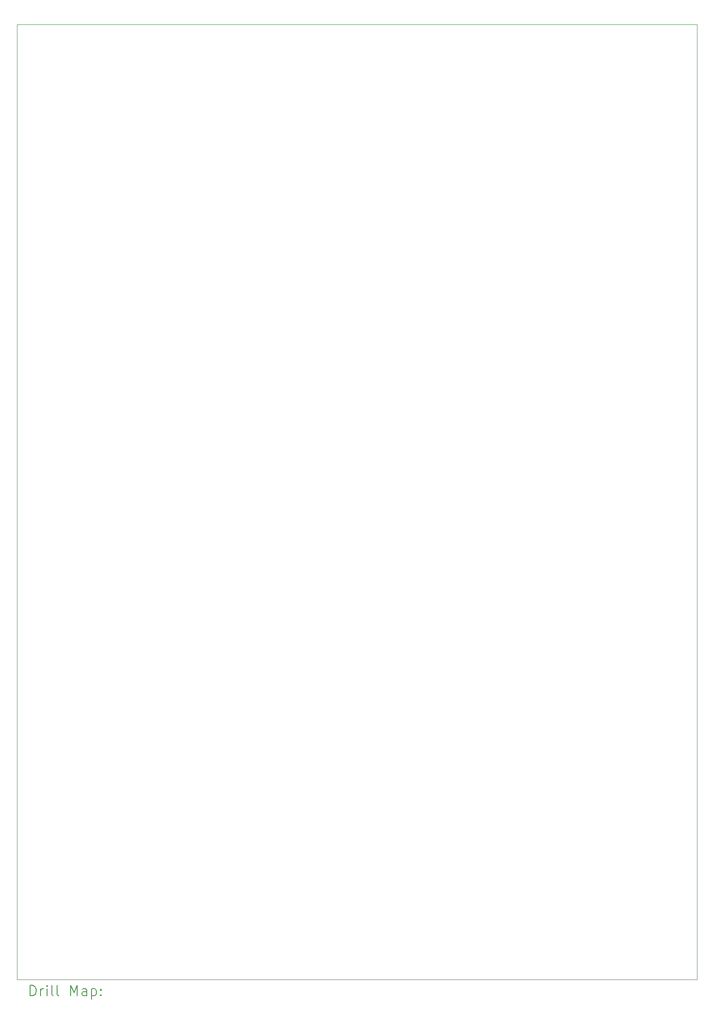
<source format=gbr>
%FSLAX45Y45*%
G04 Gerber Fmt 4.5, Leading zero omitted, Abs format (unit mm)*
G04 Created by KiCad (PCBNEW 6.0.5+dfsg-1~bpo11+1) date 2022-07-21 18:26:45*
%MOMM*%
%LPD*%
G01*
G04 APERTURE LIST*
%TA.AperFunction,Profile*%
%ADD10C,0.050000*%
%TD*%
%ADD11C,0.200000*%
G04 APERTURE END LIST*
D10*
X17208500Y-4191000D02*
X4000500Y-4191000D01*
X17208500Y-22733000D02*
X17208500Y-4191000D01*
X4000500Y-4191000D02*
X4000500Y-22733000D01*
X4000500Y-22733000D02*
X17208500Y-22733000D01*
D11*
X4255619Y-23045976D02*
X4255619Y-22845976D01*
X4303238Y-22845976D01*
X4331810Y-22855500D01*
X4350857Y-22874548D01*
X4360381Y-22893595D01*
X4369905Y-22931690D01*
X4369905Y-22960262D01*
X4360381Y-22998357D01*
X4350857Y-23017405D01*
X4331810Y-23036452D01*
X4303238Y-23045976D01*
X4255619Y-23045976D01*
X4455619Y-23045976D02*
X4455619Y-22912643D01*
X4455619Y-22950738D02*
X4465143Y-22931690D01*
X4474667Y-22922167D01*
X4493714Y-22912643D01*
X4512762Y-22912643D01*
X4579429Y-23045976D02*
X4579429Y-22912643D01*
X4579429Y-22845976D02*
X4569905Y-22855500D01*
X4579429Y-22865024D01*
X4588952Y-22855500D01*
X4579429Y-22845976D01*
X4579429Y-22865024D01*
X4703238Y-23045976D02*
X4684190Y-23036452D01*
X4674667Y-23017405D01*
X4674667Y-22845976D01*
X4808000Y-23045976D02*
X4788952Y-23036452D01*
X4779429Y-23017405D01*
X4779429Y-22845976D01*
X5036571Y-23045976D02*
X5036571Y-22845976D01*
X5103238Y-22988833D01*
X5169905Y-22845976D01*
X5169905Y-23045976D01*
X5350857Y-23045976D02*
X5350857Y-22941214D01*
X5341333Y-22922167D01*
X5322286Y-22912643D01*
X5284190Y-22912643D01*
X5265143Y-22922167D01*
X5350857Y-23036452D02*
X5331810Y-23045976D01*
X5284190Y-23045976D01*
X5265143Y-23036452D01*
X5255619Y-23017405D01*
X5255619Y-22998357D01*
X5265143Y-22979309D01*
X5284190Y-22969786D01*
X5331810Y-22969786D01*
X5350857Y-22960262D01*
X5446095Y-22912643D02*
X5446095Y-23112643D01*
X5446095Y-22922167D02*
X5465143Y-22912643D01*
X5503238Y-22912643D01*
X5522286Y-22922167D01*
X5531810Y-22931690D01*
X5541333Y-22950738D01*
X5541333Y-23007881D01*
X5531810Y-23026928D01*
X5522286Y-23036452D01*
X5503238Y-23045976D01*
X5465143Y-23045976D01*
X5446095Y-23036452D01*
X5627048Y-23026928D02*
X5636571Y-23036452D01*
X5627048Y-23045976D01*
X5617524Y-23036452D01*
X5627048Y-23026928D01*
X5627048Y-23045976D01*
X5627048Y-22922167D02*
X5636571Y-22931690D01*
X5627048Y-22941214D01*
X5617524Y-22931690D01*
X5627048Y-22922167D01*
X5627048Y-22941214D01*
M02*

</source>
